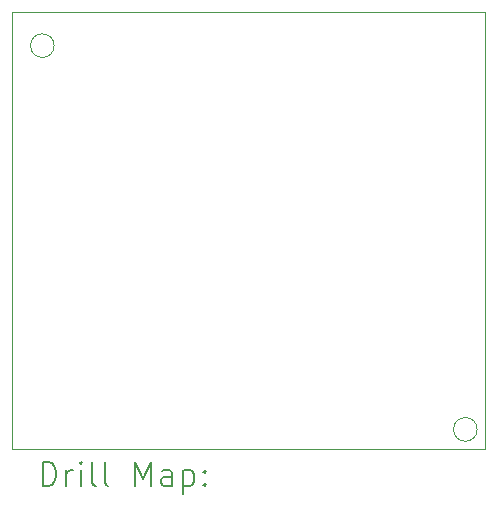
<source format=gbr>
%TF.GenerationSoftware,KiCad,Pcbnew,8.0.0-rc1*%
%TF.CreationDate,2024-10-05T12:40:11+03:00*%
%TF.ProjectId,EC25_module,45433235-5f6d-46f6-9475-6c652e6b6963,rev?*%
%TF.SameCoordinates,Original*%
%TF.FileFunction,Drillmap*%
%TF.FilePolarity,Positive*%
%FSLAX45Y45*%
G04 Gerber Fmt 4.5, Leading zero omitted, Abs format (unit mm)*
G04 Created by KiCad (PCBNEW 8.0.0-rc1) date 2024-10-05 12:40:11*
%MOMM*%
%LPD*%
G01*
G04 APERTURE LIST*
%ADD10C,0.100000*%
%ADD11C,0.050000*%
%ADD12C,0.200000*%
G04 APERTURE END LIST*
D10*
X14575000Y-11286000D02*
G75*
G02*
X14375000Y-11286000I-100000J0D01*
G01*
X14375000Y-11286000D02*
G75*
G02*
X14575000Y-11286000I100000J0D01*
G01*
X10993520Y-8037000D02*
G75*
G02*
X10793520Y-8037000I-100000J0D01*
G01*
X10793520Y-8037000D02*
G75*
G02*
X10993520Y-8037000I100000J0D01*
G01*
D11*
X14639000Y-11450000D02*
X10638000Y-11450000D01*
X10638000Y-7750000D02*
X14639000Y-7750000D01*
X14639000Y-7750000D02*
X14639000Y-11450000D01*
X10638000Y-11450000D02*
X10638000Y-7750000D01*
D12*
X10896277Y-11763984D02*
X10896277Y-11563984D01*
X10896277Y-11563984D02*
X10943896Y-11563984D01*
X10943896Y-11563984D02*
X10972467Y-11573508D01*
X10972467Y-11573508D02*
X10991515Y-11592555D01*
X10991515Y-11592555D02*
X11001039Y-11611603D01*
X11001039Y-11611603D02*
X11010563Y-11649698D01*
X11010563Y-11649698D02*
X11010563Y-11678269D01*
X11010563Y-11678269D02*
X11001039Y-11716365D01*
X11001039Y-11716365D02*
X10991515Y-11735412D01*
X10991515Y-11735412D02*
X10972467Y-11754460D01*
X10972467Y-11754460D02*
X10943896Y-11763984D01*
X10943896Y-11763984D02*
X10896277Y-11763984D01*
X11096277Y-11763984D02*
X11096277Y-11630650D01*
X11096277Y-11668746D02*
X11105801Y-11649698D01*
X11105801Y-11649698D02*
X11115324Y-11640174D01*
X11115324Y-11640174D02*
X11134372Y-11630650D01*
X11134372Y-11630650D02*
X11153420Y-11630650D01*
X11220086Y-11763984D02*
X11220086Y-11630650D01*
X11220086Y-11563984D02*
X11210562Y-11573508D01*
X11210562Y-11573508D02*
X11220086Y-11583031D01*
X11220086Y-11583031D02*
X11229610Y-11573508D01*
X11229610Y-11573508D02*
X11220086Y-11563984D01*
X11220086Y-11563984D02*
X11220086Y-11583031D01*
X11343896Y-11763984D02*
X11324848Y-11754460D01*
X11324848Y-11754460D02*
X11315324Y-11735412D01*
X11315324Y-11735412D02*
X11315324Y-11563984D01*
X11448658Y-11763984D02*
X11429610Y-11754460D01*
X11429610Y-11754460D02*
X11420086Y-11735412D01*
X11420086Y-11735412D02*
X11420086Y-11563984D01*
X11677229Y-11763984D02*
X11677229Y-11563984D01*
X11677229Y-11563984D02*
X11743896Y-11706841D01*
X11743896Y-11706841D02*
X11810562Y-11563984D01*
X11810562Y-11563984D02*
X11810562Y-11763984D01*
X11991515Y-11763984D02*
X11991515Y-11659222D01*
X11991515Y-11659222D02*
X11981991Y-11640174D01*
X11981991Y-11640174D02*
X11962943Y-11630650D01*
X11962943Y-11630650D02*
X11924848Y-11630650D01*
X11924848Y-11630650D02*
X11905801Y-11640174D01*
X11991515Y-11754460D02*
X11972467Y-11763984D01*
X11972467Y-11763984D02*
X11924848Y-11763984D01*
X11924848Y-11763984D02*
X11905801Y-11754460D01*
X11905801Y-11754460D02*
X11896277Y-11735412D01*
X11896277Y-11735412D02*
X11896277Y-11716365D01*
X11896277Y-11716365D02*
X11905801Y-11697317D01*
X11905801Y-11697317D02*
X11924848Y-11687793D01*
X11924848Y-11687793D02*
X11972467Y-11687793D01*
X11972467Y-11687793D02*
X11991515Y-11678269D01*
X12086753Y-11630650D02*
X12086753Y-11830650D01*
X12086753Y-11640174D02*
X12105801Y-11630650D01*
X12105801Y-11630650D02*
X12143896Y-11630650D01*
X12143896Y-11630650D02*
X12162943Y-11640174D01*
X12162943Y-11640174D02*
X12172467Y-11649698D01*
X12172467Y-11649698D02*
X12181991Y-11668746D01*
X12181991Y-11668746D02*
X12181991Y-11725888D01*
X12181991Y-11725888D02*
X12172467Y-11744936D01*
X12172467Y-11744936D02*
X12162943Y-11754460D01*
X12162943Y-11754460D02*
X12143896Y-11763984D01*
X12143896Y-11763984D02*
X12105801Y-11763984D01*
X12105801Y-11763984D02*
X12086753Y-11754460D01*
X12267705Y-11744936D02*
X12277229Y-11754460D01*
X12277229Y-11754460D02*
X12267705Y-11763984D01*
X12267705Y-11763984D02*
X12258182Y-11754460D01*
X12258182Y-11754460D02*
X12267705Y-11744936D01*
X12267705Y-11744936D02*
X12267705Y-11763984D01*
X12267705Y-11640174D02*
X12277229Y-11649698D01*
X12277229Y-11649698D02*
X12267705Y-11659222D01*
X12267705Y-11659222D02*
X12258182Y-11649698D01*
X12258182Y-11649698D02*
X12267705Y-11640174D01*
X12267705Y-11640174D02*
X12267705Y-11659222D01*
M02*

</source>
